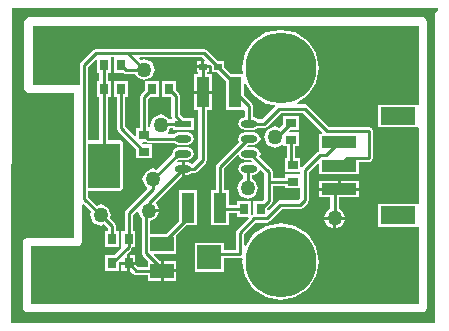
<source format=gtl>
%FSLAX23Y23*%
%MOIN*%
G70*
G01*
G75*
G04 Layer_Physical_Order=1*
G04 Layer_Color=255*
%ADD10R,0.118X0.039*%
%ADD11R,0.118X0.059*%
%ADD12R,0.025X0.020*%
%ADD13R,0.079X0.079*%
%ADD14R,0.079X0.051*%
%ADD15O,0.055X0.024*%
%ADD16R,0.055X0.024*%
%ADD17R,0.031X0.035*%
%ADD18R,0.035X0.031*%
%ADD19R,0.043X0.102*%
%ADD20C,0.010*%
%ADD21R,0.105X0.150*%
%ADD22C,0.050*%
%ADD23C,0.039*%
%ADD24C,0.236*%
G36*
X1370Y995D02*
X1360Y985D01*
Y-50D01*
X-50D01*
X-55Y-45D01*
X-50Y1000D01*
X1368D01*
X1370Y995D01*
D02*
G37*
%LPC*%
G36*
X1320Y969D02*
X5D01*
X-5Y965D01*
X-9Y955D01*
Y730D01*
X-5Y720D01*
X5Y716D01*
X156D01*
Y234D01*
X0D01*
X-10Y230D01*
X-14Y220D01*
Y0D01*
X-10Y-10D01*
X0Y-14D01*
X1320D01*
X1330Y-10D01*
X1334Y0D01*
Y955D01*
X1330Y965D01*
X1320Y969D01*
D02*
G37*
%LPD*%
G36*
X1306Y678D02*
X1306D01*
X1304D01*
X1303Y678D01*
X1303Y678D01*
Y678D01*
X1170D01*
Y603D01*
X1303D01*
X1303Y603D01*
Y603D01*
X1304Y603D01*
X1306Y601D01*
Y347D01*
X1306D01*
X1304D01*
X1303Y347D01*
X1303Y347D01*
Y347D01*
X1170D01*
Y272D01*
X1303D01*
X1303Y272D01*
Y272D01*
X1304Y272D01*
X1306Y270D01*
Y14D01*
X14D01*
Y206D01*
X170D01*
X180Y210D01*
X184Y220D01*
Y345D01*
X189Y347D01*
X214Y321D01*
X209Y310D01*
X220Y285D01*
X245Y274D01*
X256Y279D01*
X269Y267D01*
Y256D01*
X259D01*
Y204D01*
X306D01*
Y256D01*
X296D01*
Y273D01*
X292Y282D01*
X276Y299D01*
X281Y310D01*
X270Y335D01*
X245Y346D01*
X234Y341D01*
X204Y371D01*
Y391D01*
X205Y391D01*
X310D01*
X316Y394D01*
X319Y400D01*
Y550D01*
X316Y556D01*
X310Y559D01*
X269D01*
Y704D01*
X281D01*
Y756D01*
X269D01*
Y784D01*
X281D01*
Y836D01*
D01*
Y836D01*
X282Y836D01*
X289D01*
Y836D01*
X289D01*
Y784D01*
X319D01*
X321Y784D01*
X328Y781D01*
X360D01*
X365Y770D01*
X390Y759D01*
X415Y770D01*
X426Y795D01*
X415Y820D01*
X390Y831D01*
X379Y826D01*
X373Y831D01*
X375Y836D01*
X584D01*
X593Y827D01*
X591Y823D01*
X590D01*
Y810D01*
X609D01*
X610Y810D01*
X615Y806D01*
Y787D01*
X633D01*
X664Y757D01*
Y661D01*
X723D01*
Y661D01*
X723D01*
X727Y657D01*
Y636D01*
X725D01*
X710Y630D01*
X703Y615D01*
X710Y600D01*
X725Y594D01*
X756D01*
X771Y600D01*
X772Y601D01*
X790D01*
X800Y605D01*
X800Y605D01*
X800Y605D01*
X846Y651D01*
X919D01*
X984Y586D01*
X982Y581D01*
X973D01*
Y526D01*
X973D01*
Y523D01*
X968Y521D01*
X965Y520D01*
X915Y470D01*
X911Y472D01*
Y501D01*
X894D01*
Y539D01*
X906D01*
Y586D01*
X875D01*
X873Y591D01*
X876Y594D01*
X906D01*
Y641D01*
X854D01*
Y612D01*
X841Y599D01*
X825Y606D01*
X800Y595D01*
X789Y570D01*
X800Y545D01*
X825Y534D01*
X850Y545D01*
X850D01*
X850D01*
X854Y544D01*
Y539D01*
X866D01*
Y501D01*
X859D01*
Y454D01*
X908D01*
X908Y454D01*
Y454D01*
X911Y454D01*
X911Y453D01*
Y446D01*
X911D01*
Y446D01*
X859D01*
Y434D01*
X819D01*
Y454D01*
X815Y464D01*
X774Y505D01*
X778Y515D01*
X771Y530D01*
X756Y536D01*
X734D01*
X733Y540D01*
X736Y544D01*
X756D01*
X771Y550D01*
X778Y565D01*
X771Y580D01*
X756Y586D01*
X725D01*
X710Y580D01*
X703Y565D01*
X707Y555D01*
X633Y481D01*
X629Y471D01*
Y394D01*
X614D01*
Y276D01*
X673D01*
Y316D01*
X699D01*
Y304D01*
X736D01*
X738Y300D01*
X700Y262D01*
X696Y252D01*
Y194D01*
X655D01*
Y217D01*
X560D01*
Y122D01*
X655D01*
Y166D01*
X710D01*
X715Y168D01*
X718Y165D01*
X717Y155D01*
X726Y106D01*
X754Y64D01*
X796Y36D01*
X845Y27D01*
X894Y36D01*
X936Y64D01*
X964Y106D01*
X973Y155D01*
X964Y204D01*
X936Y246D01*
X894Y274D01*
X845Y283D01*
X796Y274D01*
X754Y246D01*
X728Y207D01*
X724Y209D01*
Y246D01*
X763Y285D01*
X799D01*
X808Y290D01*
X808Y290D01*
X808Y290D01*
X850Y331D01*
X910D01*
X920Y335D01*
X935Y350D01*
X939Y360D01*
Y454D01*
X968Y484D01*
X973Y482D01*
Y447D01*
X1107D01*
Y486D01*
X1140D01*
X1150Y490D01*
X1154Y500D01*
X1154Y500D01*
X1154Y500D01*
Y590D01*
X1150Y600D01*
X1140Y604D01*
X1006D01*
X935Y675D01*
X925Y679D01*
X899D01*
X898Y684D01*
X936Y709D01*
X964Y751D01*
X973Y800D01*
X964Y849D01*
X936Y891D01*
X894Y919D01*
X845Y928D01*
X796Y919D01*
X754Y891D01*
X726Y849D01*
X717Y800D01*
X720Y783D01*
X717Y779D01*
X681D01*
X655Y804D01*
Y823D01*
X637D01*
X600Y860D01*
X590Y864D01*
X230D01*
X223Y861D01*
X220Y860D01*
X180Y820D01*
X176Y810D01*
Y746D01*
X172Y743D01*
X170Y744D01*
X19D01*
Y941D01*
X1306D01*
Y678D01*
D02*
G37*
G36*
X859Y399D02*
X911D01*
D01*
X911D01*
X911Y398D01*
Y366D01*
X904Y359D01*
X844D01*
X834Y355D01*
X806Y326D01*
X801Y328D01*
Y334D01*
X815Y348D01*
X815Y348D01*
X815Y348D01*
X819Y357D01*
Y406D01*
X859D01*
Y399D01*
D02*
G37*
G36*
X706Y509D02*
X710Y500D01*
X725Y494D01*
X745D01*
X748Y490D01*
X747Y486D01*
X725D01*
X710Y480D01*
X703Y465D01*
X710Y450D01*
X721Y445D01*
Y430D01*
X710Y425D01*
X699Y400D01*
X710Y375D01*
X735Y364D01*
X760Y375D01*
X771Y400D01*
X760Y425D01*
X749Y430D01*
Y444D01*
X756D01*
X771Y450D01*
X775Y459D01*
X780Y460D01*
X791Y448D01*
Y420D01*
Y363D01*
X783Y356D01*
X754D01*
Y313D01*
X750Y311D01*
X746Y313D01*
Y356D01*
X699D01*
Y344D01*
X673D01*
Y394D01*
X657D01*
Y466D01*
X701Y510D01*
X706Y509D01*
D02*
G37*
G36*
X234Y828D02*
Y784D01*
X241D01*
Y756D01*
X234D01*
Y704D01*
X241D01*
Y559D01*
X205D01*
X204Y559D01*
Y804D01*
X229Y829D01*
X234Y828D01*
D02*
G37*
G36*
X754Y709D02*
X796Y681D01*
X825Y676D01*
X826Y671D01*
X784Y629D01*
X772D01*
X771Y630D01*
X756Y636D01*
X754D01*
Y673D01*
X750Y683D01*
X723Y710D01*
Y748D01*
X727Y749D01*
X754Y709D01*
D02*
G37*
%LPC*%
G36*
X497Y158D02*
X455D01*
Y129D01*
X497D01*
Y158D01*
D02*
G37*
G36*
X1020Y295D02*
X991D01*
X1000Y275D01*
X1020Y266D01*
Y295D01*
D02*
G37*
G36*
X361Y176D02*
X343D01*
Y155D01*
X361D01*
Y176D01*
D02*
G37*
G36*
X605Y800D02*
X565D01*
Y787D01*
X571D01*
Y779D01*
X557D01*
Y725D01*
X616D01*
Y779D01*
X599D01*
Y787D01*
X605D01*
Y800D01*
D02*
G37*
G36*
X580Y823D02*
X565D01*
Y810D01*
X580D01*
Y823D01*
D02*
G37*
G36*
X333Y145D02*
X314D01*
Y124D01*
X333D01*
Y145D01*
D02*
G37*
G36*
X497Y119D02*
X455D01*
Y91D01*
X497D01*
Y119D01*
D02*
G37*
G36*
X1107Y424D02*
X1045D01*
Y401D01*
X1107D01*
Y424D01*
D02*
G37*
G36*
X616Y715D02*
X557D01*
Y661D01*
X571D01*
Y501D01*
X550Y480D01*
X536Y486D01*
X525D01*
Y465D01*
Y444D01*
X536D01*
X551Y450D01*
X551Y451D01*
X555D01*
X565Y455D01*
X595Y485D01*
X599Y495D01*
Y661D01*
X616D01*
Y715D01*
D02*
G37*
G36*
X536Y536D02*
X504D01*
X489Y530D01*
X483Y515D01*
X484Y513D01*
X431Y461D01*
X420Y466D01*
X395Y455D01*
X384Y430D01*
X395Y405D01*
X400Y403D01*
X401Y398D01*
X330Y326D01*
X326Y317D01*
Y256D01*
X314D01*
Y204D01*
X314Y204D01*
X314D01*
X315Y202D01*
X288Y176D01*
X259D01*
Y124D01*
X306D01*
Y154D01*
X309Y157D01*
X314Y155D01*
Y155D01*
X333D01*
Y180D01*
X332Y180D01*
X347Y195D01*
X351Y204D01*
X361D01*
Y256D01*
X354D01*
Y311D01*
X366Y323D01*
X371Y322D01*
X380Y300D01*
X382Y299D01*
Y183D01*
X382Y183D01*
X382Y183D01*
X386Y173D01*
X403Y156D01*
Y138D01*
X369D01*
X362Y145D01*
X343D01*
Y124D01*
X343D01*
X353Y115D01*
X363Y111D01*
X403D01*
Y91D01*
X445D01*
Y124D01*
Y158D01*
X441D01*
X422Y177D01*
X424Y182D01*
X497D01*
Y243D01*
X531Y276D01*
X566D01*
Y394D01*
X507D01*
Y292D01*
X464Y248D01*
X410D01*
Y291D01*
X430Y300D01*
X439Y320D01*
X405D01*
Y330D01*
X439D01*
X430Y350D01*
X430Y350D01*
X430D01*
X429Y355D01*
X515Y440D01*
Y465D01*
Y486D01*
X504D01*
X502Y485D01*
X499Y490D01*
X504Y494D01*
X504Y494D01*
X536D01*
X551Y500D01*
X557Y515D01*
X551Y530D01*
X536Y536D01*
D02*
G37*
G36*
X1035Y424D02*
X973D01*
Y401D01*
X1035D01*
Y424D01*
D02*
G37*
G36*
X1059Y295D02*
X1030D01*
Y266D01*
X1050Y275D01*
X1059Y295D01*
D02*
G37*
G36*
X1107Y391D02*
X973D01*
Y369D01*
X1011D01*
Y330D01*
X1000Y325D01*
X991Y305D01*
X1059D01*
X1050Y325D01*
X1039Y330D01*
Y369D01*
X1107D01*
Y391D01*
D02*
G37*
G36*
X496Y756D02*
X449D01*
Y704D01*
X478D01*
X481Y702D01*
Y640D01*
X481Y640D01*
X481Y640D01*
X483Y635D01*
X484Y633D01*
X481Y629D01*
X473D01*
X470Y635D01*
X445Y646D01*
X420Y635D01*
X409Y610D01*
X411Y605D01*
X409Y601D01*
X404Y603D01*
Y697D01*
X412Y704D01*
X441D01*
Y756D01*
X394D01*
Y726D01*
X380Y712D01*
X376Y703D01*
Y601D01*
X364D01*
Y574D01*
X360Y572D01*
X326Y606D01*
Y704D01*
X336D01*
Y756D01*
X289D01*
Y704D01*
X299D01*
Y600D01*
X303Y590D01*
X364Y528D01*
Y499D01*
X416D01*
Y546D01*
X386D01*
X383Y549D01*
X385Y554D01*
X396D01*
X403Y551D01*
X489D01*
X489Y550D01*
X504Y544D01*
X536D01*
X551Y550D01*
X557Y565D01*
X551Y580D01*
X536Y586D01*
X504D01*
X489Y580D01*
X489Y579D01*
X469D01*
X468Y584D01*
X470Y585D01*
X477Y601D01*
X485D01*
Y595D01*
X555D01*
Y635D01*
X520D01*
X509Y646D01*
Y708D01*
X505Y717D01*
X496Y726D01*
Y756D01*
D02*
G37*
%LPD*%
D10*
X1040Y554D02*
D03*
Y475D02*
D03*
Y396D02*
D03*
Y554D02*
D03*
D11*
X1237Y640D02*
D03*
Y310D02*
D03*
D12*
X585Y805D02*
D03*
X635D02*
D03*
D13*
X607Y170D02*
D03*
D14*
X450Y124D02*
D03*
Y215D02*
D03*
D15*
X740Y465D02*
D03*
Y515D02*
D03*
Y565D02*
D03*
Y615D02*
D03*
X520Y465D02*
D03*
Y515D02*
D03*
Y565D02*
D03*
D16*
Y615D02*
D03*
D17*
X313Y730D02*
D03*
X257D02*
D03*
X473D02*
D03*
X417D02*
D03*
X722Y330D02*
D03*
X778D02*
D03*
X313Y810D02*
D03*
X257D02*
D03*
X338Y230D02*
D03*
X282D02*
D03*
X338Y150D02*
D03*
X282D02*
D03*
D18*
X880Y562D02*
D03*
Y618D02*
D03*
X390Y578D02*
D03*
Y522D02*
D03*
X885Y422D02*
D03*
Y478D02*
D03*
D19*
X643Y335D02*
D03*
X537D02*
D03*
X693Y720D02*
D03*
X587D02*
D03*
D20*
X190Y365D02*
X245Y310D01*
X396Y316D02*
X405Y325D01*
X396Y183D02*
Y316D01*
Y183D02*
X450Y129D01*
Y124D02*
Y129D01*
X420Y397D02*
Y430D01*
X405Y325D02*
Y350D01*
X520Y465D01*
X420Y430D02*
X505Y515D01*
X535Y300D02*
Y325D01*
X450Y215D02*
X535Y300D01*
X617Y180D02*
X710D01*
X335Y850D02*
X590D01*
X635Y805D01*
X805Y420D02*
X885D01*
X585Y495D02*
Y805D01*
X495Y640D02*
Y708D01*
Y640D02*
X520Y615D01*
X737Y565D02*
X740D01*
Y515D02*
X744D01*
X805Y454D01*
X500Y465D02*
X520D01*
X880Y478D02*
Y560D01*
X555Y465D02*
X585Y495D01*
X520Y465D02*
X555D01*
X335Y850D02*
X390Y795D01*
X450Y615D02*
X520D01*
X735Y400D02*
Y460D01*
X740Y465D01*
X1140Y500D02*
Y590D01*
X1065Y500D02*
X1140D01*
X1040Y475D02*
X1065Y500D01*
X996Y510D02*
X1040Y554D01*
X975Y510D02*
X996D01*
X925Y460D02*
X975Y510D01*
X925Y360D02*
Y460D01*
X910Y345D02*
X925Y360D01*
X710Y180D02*
Y252D01*
X1025Y300D02*
Y381D01*
X1040Y396D01*
X825Y570D02*
X832D01*
X880Y618D01*
X740Y615D02*
X790D01*
X840Y665D01*
X925D01*
X1000Y590D01*
X1140D01*
X643Y471D02*
X737Y565D01*
X643Y335D02*
Y471D01*
X805Y420D02*
Y454D01*
Y357D02*
Y420D01*
X778Y330D02*
X805Y357D01*
X648Y330D02*
X722D01*
X844Y345D02*
X910D01*
X799Y299D02*
X844Y345D01*
X757Y299D02*
X799D01*
X710Y252D02*
X757Y299D01*
X349Y139D02*
X363Y124D01*
X450D01*
X282Y150D02*
X338Y205D01*
Y230D01*
X340Y235D02*
Y317D01*
X420Y397D01*
X282Y230D02*
Y273D01*
X245Y310D02*
X282Y273D01*
X255Y530D02*
Y820D01*
Y530D02*
X280D01*
X230Y850D02*
X335D01*
X190Y810D02*
X230Y850D01*
X190Y365D02*
Y810D01*
X328Y795D02*
X390D01*
X313Y810D02*
X328Y795D01*
X313Y600D02*
Y730D01*
Y600D02*
X390Y522D01*
X403Y565D02*
X520D01*
X390Y578D02*
X403Y565D01*
X390Y703D02*
X417Y730D01*
X390Y578D02*
Y703D01*
X473Y730D02*
X495Y708D01*
X635Y805D02*
X693Y747D01*
Y720D02*
Y747D01*
Y720D02*
X740Y673D01*
Y615D02*
Y673D01*
D21*
X257Y475D02*
D03*
D22*
X405Y325D02*
D03*
X1025Y300D02*
D03*
X245Y310D02*
D03*
X390Y795D02*
D03*
X445Y610D02*
D03*
X825Y570D02*
D03*
X735Y400D02*
D03*
X420Y430D02*
D03*
D23*
X782Y218D02*
D03*
X908D02*
D03*
X845Y244D02*
D03*
X756Y155D02*
D03*
X782Y92D02*
D03*
X845Y66D02*
D03*
X908Y92D02*
D03*
X934Y155D02*
D03*
Y800D02*
D03*
X908Y737D02*
D03*
X845Y711D02*
D03*
X782Y737D02*
D03*
X756Y800D02*
D03*
X845Y889D02*
D03*
X908Y863D02*
D03*
X782D02*
D03*
D24*
X845Y155D02*
D03*
Y800D02*
D03*
M02*

</source>
